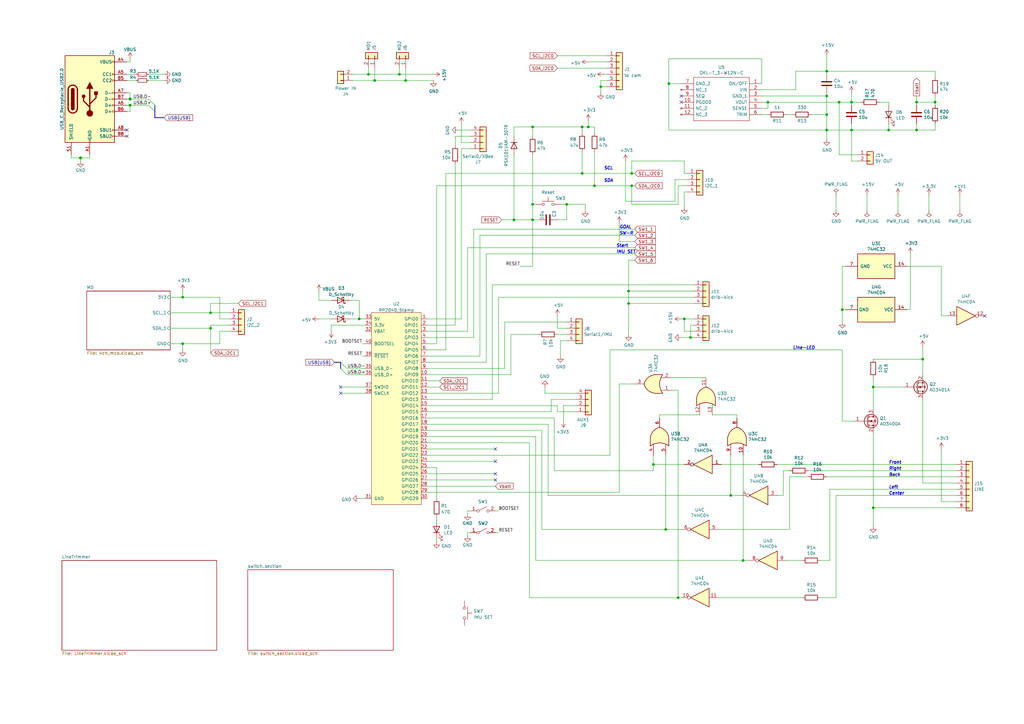
<source format=kicad_sch>
(kicad_sch (version 20211123) (generator eeschema)
  (paper "A3")
  (title_block (title "main board") (date "2022-12-10") (rev "V1.0") (company "A.Saeki"))
  (bus_alias "USB" (members "D+" "D-"))
  (junction (at 273.05 217.17))
  (junction (at 339.09 46.99))
  (junction (at 339.09 39.37))
  (junction (at 163.83 30.48))
  (junction (at 74.93 121.92))
  (junction (at 280.67 130.81))
  (junction (at 344.17 41.91))
  (junction (at 383.54 41.91))
  (junction (at 153.67 33.02))
  (junction (at 218.44 52.07))
  (junction (at 283.21 138.43))
  (junction (at 246.38 35.56))
  (junction (at 259.08 76.2))
  (junction (at 278.13 245.11))
  (junction (at 210.82 90.17))
  (junction (at 86.36 128.27))
  (junction (at 375.92 53.34))
  (junction (at 259.08 71.12))
  (junction (at 358.14 208.28))
  (junction (at 238.76 52.07))
  (junction (at 274.32 34.29))
  (junction (at 349.25 53.34))
  (junction (at 86.36 134.62))
  (junction (at 243.84 76.2))
  (junction (at 375.92 41.91))
  (junction (at 349.25 41.91))
  (junction (at 364.49 53.34))
  (junction (at 74.93 140.97))
  (junction (at 166.37 33.02))
  (junction (at 304.8 229.87))
  (junction (at 358.14 158.75))
  (junction (at 53.34 40.64) (diameter 1.016))
  (junction (at 299.72 203.2))
  (junction (at 314.96 41.91))
  (junction (at 267.97 190.5))
  (junction (at 345.44 127))
  (junction (at 232.41 83.82))
  (junction (at 378.46 147.32))
  (junction (at 218.44 90.17))
  (junction (at 257.81 124.46))
  (junction (at 339.09 29.21))
  (junction (at 218.44 83.82))
  (junction (at 238.76 71.12))
  (junction (at 241.3 52.07))
  (junction (at 257.81 119.38))
  (junction (at 53.34 43.18) (diameter 1.016))
  (junction (at 151.13 30.48))
  (junction (at 339.09 53.34))
  (junction (at 147.32 130.81))
  (junction (at 33.02 64.77) (diameter 1.016))
  (no_connect (at 403.86 129.54))
  (no_connect (at 139.7 158.75))
  (no_connect (at 139.7 161.29))
  (no_connect (at 203.2 184.15))
  (no_connect (at 203.2 189.23))
  (no_connect (at 279.4 39.37))
  (no_connect (at 279.4 41.91))
  (no_connect (at 203.2 196.85))
  (no_connect (at 52.07 53.34))
  (no_connect (at 52.07 55.88))
  (no_connect (at 203.2 194.31))
  (bus_entry (at 60.96 43.18) (size 2.54 2.54))
  (bus_entry (at 139.7 148.59) (size 2.54 2.54))
  (bus_entry (at 60.96 40.64) (size 2.54 2.54))
  (bus_entry (at 139.7 151.13) (size 2.54 2.54))
  (wire (pts (xy 218.44 83.82) (xy 219.71 83.82)))
  (wire (pts (xy 378.46 163.83) (xy 378.46 198.12)))
  (wire (pts (xy 257.81 119.38) (xy 257.81 124.46)))
  (wire (pts (xy 358.14 158.75) (xy 358.14 167.64)))
  (wire (pts (xy 201.93 163.83) (xy 201.93 116.84)))
  (wire (pts (xy 312.42 36.83) (xy 326.39 36.83)))
  (wire (pts (xy 205.74 90.17) (xy 210.82 90.17)))
  (wire (pts (xy 175.26 194.31) (xy 203.2 194.31)))
  (wire (pts (xy 280.67 78.74) (xy 281.94 78.74)))
  (wire (pts (xy 241.3 49.53) (xy 241.3 52.07)))
  (wire (pts (xy 175.26 151.13) (xy 207.01 151.13)))
  (wire (pts (xy 386.08 109.22) (xy 386.08 129.54)))
  (wire (pts (xy 228.6 22.86) (xy 248.92 22.86)))
  (wire (pts (xy 218.44 90.17) (xy 220.98 90.17)))
  (bus (pts (xy 63.5 43.18) (xy 63.5 45.72)))
  (wire (pts (xy 222.25 217.17) (xy 222.25 176.53)))
  (wire (pts (xy 222.25 217.17) (xy 273.05 217.17)))
  (wire (pts (xy 312.42 24.13) (xy 274.32 24.13)))
  (wire (pts (xy 175.26 146.05) (xy 196.85 146.05)))
  (wire (pts (xy 60.96 33.02) (xy 67.31 33.02)))
  (wire (pts (xy 226.06 163.83) (xy 236.22 163.83)))
  (wire (pts (xy 294.64 245.11) (xy 328.93 245.11)))
  (bus (pts (xy 139.7 148.59) (xy 137.16 148.59)))
  (wire (pts (xy 273.05 217.17) (xy 279.4 217.17)))
  (wire (pts (xy 199.39 148.59) (xy 175.26 148.59)))
  (wire (pts (xy 143.51 123.19) (xy 147.32 123.19)))
  (wire (pts (xy 207.01 151.13) (xy 207.01 132.08)))
  (wire (pts (xy 175.26 156.21) (xy 180.34 156.21)))
  (wire (pts (xy 256.54 66.04) (xy 256.54 82.55)))
  (wire (pts (xy 344.17 63.5) (xy 351.79 63.5)))
  (wire (pts (xy 342.9 203.2) (xy 342.9 245.11)))
  (wire (pts (xy 148.59 140.97) (xy 149.86 140.97)))
  (wire (pts (xy 241.3 25.4) (xy 248.92 25.4)))
  (wire (pts (xy 74.93 121.92) (xy 90.17 121.92)))
  (wire (pts (xy 217.17 181.61) (xy 175.26 181.61)))
  (wire (pts (xy 257.81 119.38) (xy 284.48 119.38)))
  (wire (pts (xy 175.26 133.35) (xy 186.69 133.35)))
  (wire (pts (xy 257.81 124.46) (xy 257.81 137.16)))
  (wire (pts (xy 218.44 90.17) (xy 218.44 109.22)))
  (wire (pts (xy 196.85 146.05) (xy 196.85 96.52)))
  (wire (pts (xy 175.26 135.89) (xy 191.77 135.89)))
  (wire (pts (xy 199.39 104.14) (xy 199.39 148.59)))
  (wire (pts (xy 175.26 163.83) (xy 201.93 163.83)))
  (wire (pts (xy 90.17 130.81) (xy 93.98 130.81)))
  (wire (pts (xy 287.02 170.18) (xy 270.51 170.18)))
  (wire (pts (xy 182.88 143.51) (xy 182.88 71.12)))
  (wire (pts (xy 53.34 43.18) (xy 60.96 43.18)))
  (wire (pts (xy 392.43 203.2) (xy 342.9 203.2)))
  (wire (pts (xy 358.14 177.8) (xy 358.14 208.28)))
  (wire (pts (xy 386.08 184.15) (xy 386.08 205.74)))
  (wire (pts (xy 314.96 41.91) (xy 344.17 41.91)))
  (wire (pts (xy 238.76 54.61) (xy 238.76 52.07)))
  (wire (pts (xy 314.96 44.45) (xy 314.96 41.91)))
  (wire (pts (xy 227.33 193.04) (xy 267.97 193.04)))
  (wire (pts (xy 345.44 172.72) (xy 350.52 172.72)))
  (wire (pts (xy 375.92 39.37) (xy 375.92 41.91)))
  (wire (pts (xy 304.8 186.69) (xy 304.8 229.87)))
  (wire (pts (xy 270.51 170.18) (xy 270.51 171.45)))
  (wire (pts (xy 274.32 34.29) (xy 274.32 53.34)))
  (wire (pts (xy 86.36 128.27) (xy 93.98 128.27)))
  (wire (pts (xy 344.17 41.91) (xy 349.25 41.91)))
  (wire (pts (xy 191.77 101.6) (xy 260.35 101.6)))
  (wire (pts (xy 86.36 134.62) (xy 86.36 144.78)))
  (wire (pts (xy 147.32 130.81) (xy 149.86 130.81)))
  (wire (pts (xy 226.06 168.91) (xy 226.06 163.83)))
  (wire (pts (xy 346.71 109.22) (xy 345.44 109.22)))
  (wire (pts (xy 248.92 35.56) (xy 246.38 35.56)))
  (wire (pts (xy 318.77 203.2) (xy 321.31 203.2)))
  (wire (pts (xy 386.08 129.54) (xy 388.62 129.54)))
  (wire (pts (xy 175.26 130.81) (xy 189.23 130.81)))
  (wire (pts (xy 372.11 109.22) (xy 386.08 109.22)))
  (wire (pts (xy 179.07 220.98) (xy 179.07 222.25)))
  (wire (pts (xy 224.79 203.2) (xy 299.72 203.2)))
  (wire (pts (xy 364.49 53.34) (xy 375.92 53.34)))
  (wire (pts (xy 175.26 199.39) (xy 203.2 199.39)))
  (wire (pts (xy 52.07 30.48) (xy 55.88 30.48)))
  (wire (pts (xy 368.3 80.01) (xy 368.3 86.36)))
  (wire (pts (xy 373.38 104.14) (xy 373.38 127)))
  (wire (pts (xy 279.4 138.43) (xy 283.21 138.43)))
  (wire (pts (xy 228.6 134.62) (xy 228.6 129.54)))
  (wire (pts (xy 175.26 186.69) (xy 250.19 186.69)))
  (wire (pts (xy 229.87 139.7) (xy 229.87 146.05)))
  (wire (pts (xy 340.36 229.87) (xy 336.55 229.87)))
  (wire (pts (xy 142.24 153.67) (xy 149.86 153.67)))
  (wire (pts (xy 191.77 135.89) (xy 191.77 101.6)))
  (wire (pts (xy 284.48 135.89) (xy 280.67 135.89)))
  (wire (pts (xy 326.39 29.21) (xy 326.39 36.83)))
  (wire (pts (xy 52.07 33.02) (xy 55.88 33.02)))
  (wire (pts (xy 383.54 41.91) (xy 383.54 43.18)))
  (wire (pts (xy 248.92 33.02) (xy 246.38 33.02)))
  (bus (pts (xy 63.5 48.26) (xy 67.31 48.26)))
  (wire (pts (xy 349.25 41.91) (xy 353.06 41.91)))
  (wire (pts (xy 52.07 45.72) (xy 53.34 45.72)))
  (wire (pts (xy 166.37 33.02) (xy 177.8 33.02)))
  (wire (pts (xy 339.09 53.34) (xy 349.25 53.34)))
  (wire (pts (xy 283.21 133.35) (xy 283.21 138.43)))
  (wire (pts (xy 312.42 39.37) (xy 339.09 39.37)))
  (wire (pts (xy 210.82 90.17) (xy 218.44 90.17)))
  (wire (pts (xy 254 157.48) (xy 260.35 157.48)))
  (wire (pts (xy 135.89 133.35) (xy 135.89 135.89)))
  (wire (pts (xy 217.17 245.11) (xy 278.13 245.11)))
  (wire (pts (xy 201.93 116.84) (xy 284.48 116.84)))
  (wire (pts (xy 175.26 196.85) (xy 203.2 196.85)))
  (wire (pts (xy 224.79 173.99) (xy 224.79 203.2)))
  (wire (pts (xy 349.25 50.8) (xy 349.25 53.34)))
  (wire (pts (xy 267.97 190.5) (xy 267.97 193.04)))
  (wire (pts (xy 179.07 191.77) (xy 179.07 204.47)))
  (wire (pts (xy 69.85 121.92) (xy 74.93 121.92)))
  (wire (pts (xy 53.34 24.13) (xy 53.34 25.4)))
  (wire (pts (xy 392.43 208.28) (xy 358.14 208.28)))
  (wire (pts (xy 179.07 140.97) (xy 179.07 76.2)))
  (wire (pts (xy 349.25 66.04) (xy 351.79 66.04)))
  (wire (pts (xy 243.84 62.23) (xy 243.84 76.2)))
  (wire (pts (xy 193.04 58.42) (xy 189.23 58.42)))
  (wire (pts (xy 149.86 133.35) (xy 135.89 133.35)))
  (wire (pts (xy 257.81 106.68) (xy 257.81 119.38)))
  (wire (pts (xy 358.14 208.28) (xy 358.14 215.9)))
  (wire (pts (xy 204.47 161.29) (xy 204.47 121.92)))
  (wire (pts (xy 53.34 40.64) (xy 60.96 40.64)))
  (wire (pts (xy 259.08 76.2) (xy 260.35 76.2)))
  (bus (pts (xy 63.5 45.72) (xy 63.5 48.26)))
  (wire (pts (xy 364.49 41.91) (xy 364.49 43.18)))
  (wire (pts (xy 53.34 45.72) (xy 53.34 43.18)))
  (wire (pts (xy 130.81 119.38) (xy 130.81 123.19)))
  (wire (pts (xy 228.6 90.17) (xy 232.41 90.17)))
  (wire (pts (xy 299.72 203.2) (xy 303.53 203.2)))
  (wire (pts (xy 278.13 245.11) (xy 279.4 245.11)))
  (wire (pts (xy 274.32 53.34) (xy 339.09 53.34)))
  (wire (pts (xy 229.87 83.82) (xy 232.41 83.82)))
  (wire (pts (xy 74.93 121.92) (xy 74.93 119.38)))
  (wire (pts (xy 193.04 55.88) (xy 186.69 55.88)))
  (wire (pts (xy 339.09 29.21) (xy 383.54 29.21)))
  (wire (pts (xy 69.85 128.27) (xy 86.36 128.27)))
  (wire (pts (xy 332.74 46.99) (xy 339.09 46.99)))
  (wire (pts (xy 364.49 50.8) (xy 364.49 53.34)))
  (wire (pts (xy 228.6 137.16) (xy 232.41 137.16)))
  (wire (pts (xy 254 99.06) (xy 254 91.44)))
  (wire (pts (xy 52.07 43.18) (xy 53.34 43.18)))
  (wire (pts (xy 52.07 38.1) (xy 53.34 38.1)))
  (wire (pts (xy 358.14 147.32) (xy 378.46 147.32)))
  (wire (pts (xy 243.84 76.2) (xy 259.08 76.2)))
  (wire (pts (xy 375.92 41.91) (xy 375.92 43.18)))
  (wire (pts (xy 218.44 52.07) (xy 238.76 52.07)))
  (wire (pts (xy 259.08 76.2) (xy 259.08 83.82)))
  (wire (pts (xy 186.69 59.69) (xy 186.69 55.88)))
  (wire (pts (xy 342.9 80.01) (xy 342.9 86.36)))
  (wire (pts (xy 144.78 30.48) (xy 151.13 30.48)))
  (wire (pts (xy 203.2 218.44) (xy 204.47 218.44)))
  (wire (pts (xy 292.1 170.18) (xy 302.26 170.18)))
  (wire (pts (xy 256.54 82.55) (xy 276.86 82.55)))
  (wire (pts (xy 144.78 33.02) (xy 153.67 33.02)))
  (wire (pts (xy 304.8 229.87) (xy 307.34 229.87)))
  (wire (pts (xy 278.13 76.2) (xy 278.13 83.82)))
  (wire (pts (xy 370.84 158.75) (xy 358.14 158.75)))
  (wire (pts (xy 175.26 184.15) (xy 203.2 184.15)))
  (wire (pts (xy 179.07 212.09) (xy 179.07 213.36)))
  (wire (pts (xy 375.92 41.91) (xy 383.54 41.91)))
  (wire (pts (xy 383.54 39.37) (xy 383.54 41.91)))
  (wire (pts (xy 392.43 200.66) (xy 340.36 200.66)))
  (wire (pts (xy 236.22 161.29) (xy 223.52 161.29)))
  (wire (pts (xy 339.09 22.86) (xy 339.09 29.21)))
  (wire (pts (xy 191.77 209.55) (xy 191.77 210.82)))
  (wire (pts (xy 60.96 30.48) (xy 67.31 30.48)))
  (wire (pts (xy 130.81 130.81) (xy 135.89 130.81)))
  (wire (pts (xy 339.09 29.21) (xy 339.09 30.48)))
  (wire (pts (xy 280.67 190.5) (xy 267.97 190.5)))
  (wire (pts (xy 36.83 64.77) (xy 36.83 63.5)))
  (wire (pts (xy 232.41 139.7) (xy 229.87 139.7)))
  (wire (pts (xy 196.85 96.52) (xy 260.35 96.52)))
  (wire (pts (xy 323.85 195.58) (xy 331.47 195.58)))
  (wire (pts (xy 74.93 140.97) (xy 74.93 143.51)))
  (wire (pts (xy 187.96 53.34) (xy 193.04 53.34)))
  (wire (pts (xy 393.7 80.01) (xy 393.7 86.36)))
  (wire (pts (xy 175.26 143.51) (xy 182.88 143.51)))
  (wire (pts (xy 279.4 34.29) (xy 274.32 34.29)))
  (wire (pts (xy 299.72 186.69) (xy 299.72 203.2)))
  (wire (pts (xy 318.77 190.5) (xy 392.43 190.5)))
  (wire (pts (xy 90.17 135.89) (xy 93.98 135.89)))
  (wire (pts (xy 383.54 50.8) (xy 383.54 53.34)))
  (wire (pts (xy 284.48 124.46) (xy 257.81 124.46)))
  (wire (pts (xy 238.76 62.23) (xy 238.76 71.12)))
  (wire (pts (xy 274.32 24.13) (xy 274.32 34.29)))
  (wire (pts (xy 241.3 52.07) (xy 243.84 52.07)))
  (wire (pts (xy 246.38 33.02) (xy 246.38 35.56)))
  (wire (pts (xy 189.23 130.81) (xy 189.23 60.96)))
  (wire (pts (xy 175.26 189.23) (xy 203.2 189.23)))
  (wire (pts (xy 217.17 245.11) (xy 217.17 181.61)))
  (wire (pts (xy 280.67 130.81) (xy 284.48 130.81)))
  (wire (pts (xy 383.54 29.21) (xy 383.54 31.75)))
  (wire (pts (xy 207.01 132.08) (xy 232.41 132.08)))
  (wire (pts (xy 33.02 64.77) (xy 36.83 64.77)))
  (wire (pts (xy 295.91 190.5) (xy 311.15 190.5)))
  (wire (pts (xy 191.77 218.44) (xy 191.77 219.71)))
  (wire (pts (xy 194.31 93.98) (xy 260.35 93.98)))
  (wire (pts (xy 86.36 124.46) (xy 86.36 128.27)))
  (wire (pts (xy 29.21 63.5) (xy 29.21 64.77)))
  (wire (pts (xy 339.09 38.1) (xy 339.09 39.37)))
  (wire (pts (xy 175.26 201.93) (xy 254 201.93)))
  (wire (pts (xy 149.86 161.29) (xy 139.7 161.29)))
  (wire (pts (xy 182.88 71.12) (xy 238.76 71.12)))
  (wire (pts (xy 143.51 130.81) (xy 147.32 130.81)))
  (wire (pts (xy 86.36 133.35) (xy 86.36 134.62)))
  (wire (pts (xy 149.86 158.75) (xy 139.7 158.75)))
  (wire (pts (xy 250.19 143.51) (xy 250.19 186.69)))
  (wire (pts (xy 280.67 71.12) (xy 281.94 71.12)))
  (wire (pts (xy 246.38 35.56) (xy 246.38 38.1)))
  (wire (pts (xy 349.25 53.34) (xy 364.49 53.34)))
  (wire (pts (xy 163.83 27.94) (xy 163.83 30.48)))
  (wire (pts (xy 339.09 39.37) (xy 339.09 46.99)))
  (wire (pts (xy 358.14 154.94) (xy 358.14 158.75)))
  (wire (pts (xy 151.13 27.94) (xy 151.13 30.48)))
  (wire (pts (xy 204.47 121.92) (xy 284.48 121.92)))
  (wire (pts (xy 189.23 60.96) (xy 193.04 60.96)))
  (wire (pts (xy 322.58 229.87) (xy 328.93 229.87)))
  (wire (pts (xy 340.36 200.66) (xy 340.36 229.87)))
  (wire (pts (xy 238.76 52.07) (xy 241.3 52.07)))
  (wire (pts (xy 260.35 104.14) (xy 199.39 104.14)))
  (wire (pts (xy 278.13 76.2) (xy 281.94 76.2)))
  (wire (pts (xy 147.32 204.47) (xy 149.86 204.47)))
  (wire (pts (xy 97.79 124.46) (xy 86.36 124.46)))
  (wire (pts (xy 375.92 53.34) (xy 383.54 53.34)))
  (wire (pts (xy 209.55 153.67) (xy 175.26 153.67)))
  (wire (pts (xy 93.98 133.35) (xy 86.36 133.35)))
  (wire (pts (xy 346.71 127) (xy 345.44 127)))
  (wire (pts (xy 228.6 168.91) (xy 228.6 166.37)))
  (wire (pts (xy 228.6 134.62) (xy 232.41 134.62)))
  (wire (pts (xy 166.37 27.94) (xy 166.37 33.02)))
  (wire (pts (xy 175.26 158.75) (xy 180.34 158.75)))
  (wire (pts (xy 175.26 191.77) (xy 179.07 191.77)))
  (wire (pts (xy 373.38 127) (xy 372.11 127)))
  (wire (pts (xy 321.31 193.04) (xy 323.85 193.04)))
  (wire (pts (xy 151.13 30.48) (xy 163.83 30.48)))
  (wire (pts (xy 175.26 168.91) (xy 226.06 168.91)))
  (wire (pts (xy 312.42 41.91) (xy 314.96 41.91)))
  (wire (pts (xy 223.52 161.29) (xy 223.52 158.75)))
  (wire (pts (xy 322.58 46.99) (xy 325.12 46.99)))
  (wire (pts (xy 130.81 123.19) (xy 135.89 123.19)))
  (wire (pts (xy 344.17 41.91) (xy 344.17 63.5)))
  (wire (pts (xy 52.07 40.64) (xy 53.34 40.64)))
  (wire (pts (xy 273.05 186.69) (xy 273.05 217.17)))
  (wire (pts (xy 222.25 176.53) (xy 175.26 176.53)))
  (wire (pts (xy 386.08 205.74) (xy 392.43 205.74)))
  (wire (pts (xy 284.48 133.35) (xy 283.21 133.35)))
  (wire (pts (xy 228.6 27.94) (xy 248.92 27.94)))
  (wire (pts (xy 203.2 209.55) (xy 204.47 209.55)))
  (wire (pts (xy 236.22 168.91) (xy 228.6 168.91)))
  (wire (pts (xy 193.04 218.44) (xy 191.77 218.44)))
  (wire (pts (xy 194.31 138.43) (xy 194.31 93.98)))
  (wire (pts (xy 210.82 52.07) (xy 210.82 55.88)))
  (wire (pts (xy 236.22 166.37) (xy 231.14 166.37)))
  (wire (pts (xy 213.36 109.22) (xy 218.44 109.22)))
  (wire (pts (xy 312.42 34.29) (xy 312.42 24.13)))
  (wire (pts (xy 247.65 30.48) (xy 248.92 30.48)))
  (wire (pts (xy 33.02 64.77) (xy 33.02 66.04)))
  (wire (pts (xy 218.44 83.82) (xy 218.44 90.17)))
  (wire (pts (xy 331.47 193.04) (xy 392.43 193.04)))
  (wire (pts (xy 232.41 90.17) (xy 232.41 83.82)))
  (wire (pts (xy 267.97 186.69) (xy 267.97 190.5)))
  (wire (pts (xy 339.09 46.99) (xy 339.09 53.34)))
  (wire (pts (xy 148.59 146.05) (xy 149.86 146.05)))
  (wire (pts (xy 153.67 33.02) (xy 166.37 33.02)))
  (wire (pts (xy 275.59 154.94) (xy 289.56 154.94)))
  (wire (pts (xy 90.17 121.92) (xy 90.17 130.81)))
  (wire (pts (xy 147.32 123.19) (xy 147.32 130.81)))
  (wire (pts (xy 345.44 109.22) (xy 345.44 127)))
  (wire (pts (xy 153.67 27.94) (xy 153.67 33.02)))
  (wire (pts (xy 69.85 140.97) (xy 74.93 140.97)))
  (wire (pts (xy 345.44 127) (xy 345.44 132.08)))
  (bus (pts (xy 139.7 151.13) (xy 139.7 148.59)))
  (wire (pts (xy 232.41 83.82) (xy 240.03 83.82)))
  (wire (pts (xy 179.07 76.2) (xy 243.84 76.2)))
  (wire (pts (xy 259.08 66.04) (xy 280.67 66.04)))
  (wire (pts (xy 175.26 171.45) (xy 227.33 171.45)))
  (wire (pts (xy 254 157.48) (xy 254 201.93)))
  (wire (pts (xy 218.44 55.88) (xy 218.44 52.07)))
  (wire (pts (xy 218.44 63.5) (xy 218.44 83.82)))
  (wire (pts (xy 355.6 80.01) (xy 355.6 86.36)))
  (wire (pts (xy 321.31 203.2) (xy 321.31 193.04)))
  (wire (pts (xy 238.76 71.12) (xy 259.08 71.12)))
  (wire (pts (xy 210.82 63.5) (xy 210.82 90.17)))
  (wire (pts (xy 349.25 53.34) (xy 349.25 66.04)))
  (wire (pts (xy 375.92 50.8) (xy 375.92 53.34)))
  (wire (pts (xy 276.86 73.66) (xy 276.86 82.55)))
  (wire (pts (xy 209.55 137.16) (xy 220.98 137.16)))
  (wire (pts (xy 231.14 166.37) (xy 231.14 172.72)))
  (wire (pts (xy 302.26 170.18) (xy 302.26 171.45)))
  (wire (pts (xy 294.64 217.17) (xy 323.85 217.17)))
  (wire (pts (xy 193.04 209.55) (xy 191.77 209.55)))
  (wire (pts (xy 378.46 142.24) (xy 378.46 147.32)))
  (wire (pts (xy 175.26 161.29) (xy 204.47 161.29)))
  (wire (pts (xy 339.09 53.34) (xy 339.09 57.15)))
  (wire (pts (xy 312.42 46.99) (xy 314.96 46.99)))
  (wire (pts (xy 276.86 73.66) (xy 281.94 73.66)))
  (wire (pts (xy 175.26 179.07) (xy 219.71 179.07)))
  (wire (pts (xy 219.71 179.07) (xy 219.71 229.87)))
  (wire (pts (xy 275.59 160.02) (xy 278.13 160.02)))
  (wire (pts (xy 210.82 52.07) (xy 218.44 52.07)))
  (wire (pts (xy 280.67 135.89) (xy 280.67 130.81)))
  (wire (pts (xy 53.34 38.1) (xy 53.34 40.64)))
  (wire (pts (xy 228.6 166.37) (xy 175.26 166.37)))
  (wire (pts (xy 259.08 71.12) (xy 259.08 66.04)))
  (wire (pts (xy 312.42 44.45) (xy 314.96 44.45)))
  (wire (pts (xy 260.35 106.68) (xy 257.81 106.68)))
  (wire (pts (xy 74.93 140.97) (xy 90.17 140.97)))
  (wire (pts (xy 175.26 173.99) (xy 224.79 173.99)))
  (wire (pts (xy 240.03 83.82) (xy 240.03 86.36)))
  (wire (pts (xy 250.19 143.51) (xy 345.44 143.51)))
  (wire (pts (xy 279.4 130.81) (xy 280.67 130.81)))
  (wire (pts (xy 142.24 151.13) (xy 149.86 151.13)))
  (wire (pts (xy 278.13 160.02) (xy 278.13 245.11)))
  (wire (pts (xy 342.9 245.11) (xy 336.55 245.11)))
  (wire (pts (xy 345.44 143.51) (xy 345.44 172.72)))
  (wire (pts (xy 260.35 99.06) (xy 254 99.06)))
  (wire (pts (xy 186.69 133.35) (xy 186.69 67.31)))
  (wire (pts (xy 163.83 30.48) (xy 177.8 30.48)))
  (wire (pts (xy 219.71 229.87) (xy 304.8 229.87)))
  (wire (pts (xy 349.25 38.1) (xy 349.25 41.91)))
  (wire (pts (xy 349.25 41.91) (xy 349.25 43.18)))
  (wire (pts (xy 339.09 195.58) (xy 392.43 195.58)))
  (wire (pts (xy 323.85 195.58) (xy 323.85 217.17)))
  (wire (pts (xy 360.68 41.91) (xy 364.49 41.91)))
  (wire (pts (xy 259.08 71.12) (xy 260.35 71.12)))
  (wire (pts (xy 227.33 171.45) (xy 227.33 193.04)))
  (wire (pts (xy 326.39 29.21) (xy 339.09 29.21)))
  (wire (pts (xy 175.26 138.43) (xy 194.31 138.43)))
  (wire (pts (xy 283.21 138.43) (xy 284.48 138.43)))
  (wire (pts (xy 280.67 66.04) (xy 280.67 71.12)))
  (wire (pts (xy 381 80.01) (xy 381 86.36)))
  (wire (pts (xy 86.36 134.62) (xy 69.85 134.62)))
  (wire (pts (xy 243.84 52.07) (xy 243.84 54.61)))
  (wire (pts (xy 52.07 25.4) (xy 53.34 25.4)))
  (wire (pts (xy 90.17 140.97) (xy 90.17 135.89)))
  (wire (pts (xy 175.26 140.97) (xy 179.07 140.97)))
  (wire (pts (xy 392.43 198.12) (xy 378.46 198.12)))
  (wire (pts (xy 378.46 147.32) (xy 378.46 153.67)))
  (wire (pts (xy 189.23 58.42) (xy 189.23 50.8)))
  (wire (pts (xy 209.55 137.16) (xy 209.55 153.67)))
  (wire (pts (xy 29.21 64.77) (xy 33.02 64.77)))
  (wire (pts (xy 259.08 83.82) (xy 278.13 83.82)))
  (wire (pts (xy 280.67 85.09) (xy 280.67 78.74)))
  (text "GOAL" (at 254 93.98 0) (effects (font (size 1.27 1.27) (thickness 0.254) bold italic) (justify left bottom)))
  (text "Line-LED" (at 325.12 143.51 0) (effects (font (size 1.27 1.27) (thickness 0.254) bold italic) (justify left bottom)))
  (text "Front" (at 364.49 190.5 0) (effects (font (size 1.27 1.27) (thickness 0.254) bold italic) (justify left bottom)))
  (text "SCL" (at 247.65 69.85 0) (effects (font (size 1.27 1.27) (thickness 0.254) bold italic) (justify left bottom)))
  (text "Back" (at 364.49 195.58 0) (effects (font (size 1.27 1.27) (thickness 0.254) bold italic) (justify left bottom)))
  (text "IMU SET" (at 252.73 104.14 0) (effects (font (size 1.27 1.27) (thickness 0.254) bold italic) (justify left bottom)))
  (text "Left" (at 364.49 200.66 0) (effects (font (size 1.27 1.27) (thickness 0.254) bold italic) (justify left bottom)))
  (text "Center" (at 364.49 203.2 0) (effects (font (size 1.27 1.27) (thickness 0.254) bold italic) (justify left bottom)))
  (text "SDA" (at 247.65 74.93 0) (effects (font (size 1.27 1.27) (thickness 0.254) bold italic) (justify left bottom)))
  (text "Start" (at 252.73 101.6 0) (effects (font (size 1.27 1.27) (thickness 0.254) bold italic) (justify left bottom)))
  (text "Right" (at 364.49 193.04 0) (effects (font (size 1.27 1.27) (thickness 0.254) bold italic) (justify left bottom)))
  (text "SW-R" (at 254 96.52 0) (effects (font (size 1.27 1.27) (thickness 0.254) bold italic) (justify left bottom)))
  (label "USB.D+" (at 54.61 43.18 0))
  (label "RESET" (at 204.47 218.44 0))
  (label "USB.D-" (at 149.86 151.13 180))
  (label "RESET" (at 148.59 146.05 180))
  (label "USB.D-" (at 54.61 40.64 0))
  (label "RESET" (at 213.36 109.22 180))
  (label "BOOTSET" (at 204.47 209.55 0))
  (label "BOOTSET" (at 148.59 140.97 180))
  (label "USB.D+" (at 149.86 153.67 180))
  (global_label "SCL_I2C0" (shape input) (at 260.35 71.12 0) (property "Intersheet References" "${INTERSHEET_REFS}" (effects hide)))
  (global_label "SW1_2" (shape input) (at 260.35 96.52 0) (property "Intersheet References" "${INTERSHEET_REFS}" (effects hide)))
  (global_label "SW1_4" (shape input) (at 260.35 101.6 0) (property "Intersheet References" "${INTERSHEET_REFS}" (effects hide)))
  (global_label "SW1_5" (shape input) (at 260.35 104.14 0) (property "Intersheet References" "${INTERSHEET_REFS}" (effects hide)))
  (global_label "SW1_1" (shape input) (at 260.35 93.98 0) (property "Intersheet References" "${INTERSHEET_REFS}" (effects hide)))
  (global_label "SDA_I2C1" (shape input) (at 180.34 156.21 0) (property "Intersheet References" "${INTERSHEET_REFS}" (effects hide)))
  (global_label "Vbatt" (shape input) (at 203.2 199.39 0) (property "Intersheet References" "${INTERSHEET_REFS}" (effects hide)))
  (global_label "USB{USB}" (shape input) (at 67.31 48.26 0) (property "Intersheet References" "${INTERSHEET_REFS}" (effects hide)))
  (global_label "SDA_I2C1" (shape input) (at 86.36 144.78 0) (property "Intersheet References" "${INTERSHEET_REFS}" (effects hide)))
  (global_label "SCL_I2C1" (shape input) (at 180.34 158.75 0) (property "Intersheet References" "${INTERSHEET_REFS}" (effects hide)))
  (global_label "SDA_I2C0" (shape input) (at 260.35 76.2 0) (property "Intersheet References" "${INTERSHEET_REFS}" (effects hide)))
  (global_label "USB{USB}" (shape input) (at 137.16 148.59 180) (property "Intersheet References" "${INTERSHEET_REFS}" (effects hide)))
  (global_label "SW1_3" (shape input) (at 260.35 99.06 0) (property "Intersheet References" "${INTERSHEET_REFS}" (effects hide)))
  (global_label "SW1_6" (shape input) (at 260.35 106.68 0) (property "Intersheet References" "${INTERSHEET_REFS}" (effects hide)))
  (global_label "SCL_I2C0" (shape input) (at 228.6 22.86 180) (property "Intersheet References" "${INTERSHEET_REFS}" (effects hide)))
  (global_label "SCL_I2C1" (shape input) (at 97.79 124.46 0) (property "Intersheet References" "${INTERSHEET_REFS}" (effects hide)))
  (global_label "RESET" (shape input) (at 205.74 90.17 180) (property "Intersheet References" "${INTERSHEET_REFS}" (effects hide)))
  (global_label "Vbatt" (shape output) (at 375.92 39.37 90) (property "Intersheet References" "${INTERSHEET_REFS}" (effects hide)))
  (global_label "SDA_I2C0" (shape input) (at 228.6 27.94 180) (property "Intersheet References" "${INTERSHEET_REFS}" (effects hide)))
  (symbol (lib_id "power:+5V") (at 130.81 130.81 90) (unit 1)
    (property "Reference" "#PWR012" (effects hide))
    (property "Value" "+5V" (at 127.6351 131.2438 90) (effects (justify left)))
  )
  (symbol (lib_id "Connector_Generic:Conn_01x06") (at 254 27.94 0) (unit 1)
    (property "Reference" "J1" (at 256.032 28.3753 0) (effects (justify left)))
    (property "Value" "to cam" (at 256.032 30.9122 0) (effects (justify left)))
    (property "Footprint" "0.main.robot:JSTB6B-ZR" (effects hide))
  )
  (symbol (lib_id "power:+5V") (at 378.46 142.24 0) (unit 1)
    (property "Reference" "#PWR045" (effects hide))
    (property "Value" "+5V" (at 378.841 137.8458 0))
  )
  (symbol (lib_id "power:GND") (at 358.14 215.9 0) (unit 1)
    (property "Reference" "#PWR042" (effects hide))
    (property "Value" "GND" (at 358.267 220.2942 0))
  )
  (symbol (lib_id "Switch:SW_Push") (at 190.5 251.46 270) (unit 1)
    (property "Reference" "SW?" (at 194.183 250.6253 90) (effects (justify left)))
    (property "Value" "IMU SET" (at 194.183 253.1622 90) (effects (justify left)))
    (property "Footprint" "Button_Switch_THT:SW_Tactile_Straight_KSA0Axx1LFTR" (effects hide))
  )
  (symbol (lib_id "power:+3V3") (at 241.3 49.53 0) (unit 1)
    (property "Reference" "#PWR029" (effects hide))
    (property "Value" "+3V3" (at 241.681 45.1358 0))
  )
  (symbol (lib_id "Device:D_Schottky") (at 139.7 130.81 180) (unit 1)
    (property "Reference" "D4" (at 140.0175 125.8402 0))
    (property "Value" "D_Schottky" (at 140.0175 128.3771 0))
    (property "Footprint" "Diode_SMD:D_0805_2012Metric_Pad1.15x1.40mm_HandSolder" (effects hide))
  )
  (symbol (lib_id "power:+3V3") (at 74.93 119.38 0) (unit 1)
    (property "Reference" "#PWR02" (effects hide))
    (property "Value" "+3V3" (at 75.311 114.9858 0))
  )
  (symbol (lib_id "Device:R") (at 318.77 46.99 270) (unit 1)
    (property "Reference" "R11" (at 318.77 49.53 90))
    (property "Value" "1k" (at 318.77 44.0436 90))
    (property "Footprint" "Resistor_THT:R_Axial_DIN0204_L3.6mm_D1.6mm_P5.08mm_Horizontal" (effects hide))
  )
  (symbol (lib_id "Connector_Generic:Conn_01x02") (at 166.37 22.86 270) (mirror x) (unit 1)
    (property "Reference" "J6" (at 166.1668 20.828 0) (effects (justify left)))
    (property "Value" "MD2" (at 163.8554 20.828 0) (effects (justify left)))
    (property "Footprint" "Connector_JST:JST_XH_S2B-XH-A-1_1x02_P2.50mm_Horizontal" (effects hide))
  )
  (symbol (lib_id "Device:C") (at 224.79 90.17 270) (unit 1)
    (property "Reference" "C3" (at 227.33 86.36 0) (effects (justify left)))
    (property "Value" "10u" (at 222.25 86.36 0) (effects (justify left)))
    (property "Footprint" "Capacitor_SMD:C_0603_1608Metric_Pad1.08x0.95mm_HandSolder" (effects hide))
  )
  (symbol (lib_id "Device:R") (at 179.07 208.28 180) (unit 1)
    (property "Reference" "R1" (at 180.848 207.4453 0) (effects (justify right)))
    (property "Value" "470" (at 180.848 209.9822 0) (effects (justify right)))
    (property "Footprint" "Resistor_SMD:R_0603_1608Metric_Pad0.98x0.95mm_HandSolder" (effects hide))
  )
  (symbol (lib_id "Device:C") (at 349.25 46.99 0) (unit 1)
    (property "Reference" "C5" (at 352.171 45.8216 0) (effects (justify left)))
    (property "Value" "10u" (at 352.171 48.133 0) (effects (justify left)))
    (property "Footprint" "Capacitor_SMD:C_0603_1608Metric_Pad1.08x0.95mm_HandSolder" (effects hide))
  )
  (symbol (lib_id "power:+5V") (at 349.25 38.1 0) (unit 1)
    (property "Reference" "#PWR040" (effects hide))
    (property "Value" "+5V" (at 349.631 33.7058 0))
  )
  (symbol (lib_id "Connector_Generic:Conn_01x04") (at 289.56 133.35 0) (unit 1)
    (property "Reference" "J12" (at 291.592 133.5532 0) (effects (justify left)))
    (property "Value" "drib-kick" (at 291.592 135.8646 0) (effects (justify left)))
    (property "Footprint" "Connector_PinHeader_2.54mm:PinHeader_1x04_P2.54mm_Vertical" (effects hide))
  )
  (symbol (lib_id "power:PWR_FLAG") (at 381 86.36 180) (unit 1)
    (property "Reference" "#FLG04" (effects hide))
    (property "Value" "PWR_FLAG" (at 381 90.7542 0))
  )
  (symbol (lib_id "power:+3V3") (at 135.89 135.89 180) (unit 1)
    (property "Reference" "#PWR014" (effects hide))
    (property "Value" "+3V3" (at 135.509 140.2842 0))
  )
  (symbol (lib_id "Connector_Generic:Conn_01x04") (at 198.12 58.42 0) (mirror x) (unit 1)
    (property "Reference" "J7" (at 196.0372 66.4718 0))
    (property "Value" "Serial0/XBee" (at 196.0372 64.1604 0))
    (property "Footprint" "Connector_PinHeader_2.54mm:PinHeader_1x04_P2.54mm_Vertical" (effects hide))
  )
  (symbol (lib_id "power:+3V3") (at 256.54 66.04 0) (unit 1)
    (property "Reference" "#PWR031" (effects hide))
    (property "Value" "+3V3" (at 256.921 61.6458 0))
  )
  (symbol (lib_id "Device:R") (at 383.54 35.56 0) (unit 1)
    (property "Reference" "R19" (at 385.318 34.3916 0) (effects (justify left)))
    (property "Value" "47k" (at 385.318 36.703 0) (effects (justify left)))
    (property "Footprint" "Resistor_SMD:R_0603_1608Metric_Pad0.98x0.95mm_HandSolder" (effects hide))
  )
  (symbol (lib_id "power:+15V") (at 177.8 30.48 270) (unit 1)
    (property "Reference" "#PWR018" (effects hide))
    (property "Value" "+15V" (at 182.1942 30.861 0))
  )
  (symbol (lib_id "power:+1V1") (at 393.7 80.01 0) (unit 1)
    (property "Reference" "#PWR048" (effects hide))
    (property "Value" "+1V1" (at 393.7 76.4342 0))
  )
  (symbol (lib_id "Connector:USB_C_Receptacle_USB2.0") (at 36.83 40.64 0) (unit 1)
    (property "Reference" "J3" (at 46.99 21.59 0) (effects (justify right)))
    (property "Value" "USB_C_Receptacle_USB2.0" (at 25.4 40.64 90))
    (property "Footprint" "Connector_USB:USB_C_Receptacle_XKB_U262-16XN-4BVC11" (effects hide))
    (property "Datasheet" "https://www.usb.org/sites/default/files/documents/usb_type-c.zip" (effects hide))
    (property "LCSC" "C319148" (effects hide))
  )
  (symbol (lib_id "power:GND") (at 279.4 138.43 270) (unit 1)
    (property "Reference" "#PWR034" (effects hide))
    (property "Value" "GND" (at 275.0058 138.557 0))
  )
  (symbol (lib_id "74xx:74HC04") (at 287.02 245.11 0) (mirror y) (unit 5)
    (property "Reference" "U4" (at 287.02 237.0582 0))
    (property "Value" "74HC04" (at 287.02 239.3696 0))
    (property "Footprint" "0.main.robot:SOP14W" (effects hide))
    (property "Datasheet" "https://assets.nexperia.com/documents/data-sheet/74HC_HCT04.pdf" (effects hide))
  )
  (symbol (lib_id "Device:R") (at 327.66 193.04 90) (mirror x) (unit 1)
    (property "Reference" "R12" (at 327.66 187.7822 90))
    (property "Value" "10k" (at 327.66 190.0936 90))
    (property "Footprint" "Resistor_SMD:R_0603_1608Metric_Pad0.98x0.95mm_HandSolder" (effects hide))
  )
  (symbol (lib_id "Device:R") (at 224.79 137.16 90) (mirror x) (unit 1)
    (property "Reference" "R7" (at 223.6216 138.938 0) (effects (justify left)))
    (property "Value" "10k" (at 225.933 138.938 0) (effects (justify left)))
    (property "Footprint" "Resistor_SMD:R_0603_1608Metric_Pad0.98x0.95mm_HandSolder" (effects hide))
  )
  (symbol (lib_id "Device:R") (at 335.28 195.58 90) (mirror x) (unit 1)
    (property "Reference" "R16" (at 335.28 190.3222 90))
    (property "Value" "10k" (at 335.28 192.6336 90))
    (property "Footprint" "Resistor_SMD:R_0603_1608Metric_Pad0.98x0.95mm_HandSolder" (effects hide))
  )
  (symbol (lib_id "power:GND") (at 74.93 143.51 0) (unit 1)
    (property "Reference" "#PWR03" (effects hide))
    (property "Value" "GND" (at 75.057 147.9042 0))
  )
  (symbol (lib_id "power:GND") (at 342.9 86.36 0) (unit 1)
    (property "Reference" "#PWR038" (effects hide))
    (property "Value" "GND" (at 343.027 90.7542 0))
  )
  (symbol (lib_id "Device:R") (at 356.87 41.91 90) (unit 1)
    (property "Reference" "R17" (at 355.7016 40.132 0) (effects (justify left)))
    (property "Value" "470" (at 358.013 40.132 0) (effects (justify left)))
    (property "Footprint" "Resistor_SMD:R_0603_1608Metric_Pad0.98x0.95mm_HandSolder" (effects hide))
  )
  (symbol (lib_id "Diode:1N4001") (at 210.82 59.69 270) (unit 1)
    (property "Reference" "D5" (at 205.3082 59.69 0))
    (property "Value" "RSX101VAM-30TR" (at 207.6196 59.69 0))
    (property "Footprint" "Diode_SMD:D_SMA" (effects hide))
    (property "Datasheet" "http://www.vishay.com/docs/88503/1n4001.pdf" (effects hide))
  )
  (symbol (lib_id "power:+3V3") (at 386.08 184.15 0) (unit 1)
    (property "Reference" "#PWR047" (effects hide))
    (property "Value" "+3V3" (at 386.461 179.7558 0))
  )
  (symbol (lib_id "Device:R") (at 238.76 58.42 0) (unit 1)
    (property "Reference" "R8" (at 233.68 57.15 0) (effects (justify left)))
    (property "Value" "47k" (at 233.68 59.69 0) (effects (justify left)))
    (property "Footprint" "Resistor_SMD:R_0603_1608Metric_Pad0.98x0.95mm_HandSolder" (effects hide))
  )
  (symbol (lib_id "power:+5V") (at 247.65 30.48 90) (unit 1)
    (property "Reference" "#PWR06" (effects hide))
    (property "Value" "+5V" (at 244.4751 30.9138 90) (effects (justify left)))
  )
  (symbol (lib_id "Device:R") (at 383.54 46.99 0) (unit 1)
    (property "Reference" "R20" (at 385.318 45.8216 0) (effects (justify left)))
    (property "Value" "10k" (at 385.318 48.133 0) (effects (justify left)))
    (property "Footprint" "Resistor_SMD:R_0603_1608Metric_Pad0.98x0.95mm_HandSolder" (effects hide))
  )
  (symbol (lib_id "Connector_Generic:Conn_01x04") (at 99.06 130.81 0) (unit 1)
    (property "Reference" "J2" (at 101.092 131.0132 0) (effects (justify left)))
    (property "Value" "I2C_2" (at 101.092 133.3246 0) (effects (justify left)))
    (property "Footprint" "0.main.robot:JSTB4B-ZR" (effects hide))
  )
  (symbol (lib_id "Connector_Generic:Conn_01x02") (at 356.87 63.5 0) (unit 1)
    (property "Reference" "J14" (at 358.902 63.7032 0) (effects (justify left)))
    (property "Value" "5V OUT" (at 358.902 66.0146 0) (effects (justify left)))
    (property "Footprint" "Connector_JST:JST_XH_B2B-XH-A_1x02_P2.50mm_Vertical" (effects hide))
  )
  (symbol (lib_id "power:GND") (at 280.67 85.09 0) (unit 1)
    (property "Reference" "#PWR035" (effects hide))
    (property "Value" "GND" (at 280.797 89.4842 0))
  )
  (symbol (lib_id "power:GND") (at 229.87 146.05 0) (unit 1)
    (property "Reference" "#PWR026" (effects hide))
    (property "Value" "GND" (at 229.997 150.4442 0))
  )
  (symbol (lib_id "power:+15V") (at 279.4 130.81 90) (unit 1)
    (property "Reference" "#PWR033" (effects hide))
    (property "Value" "+15V" (at 275.0058 130.429 0))
  )
  (symbol (lib_id "power:GND") (at 67.31 33.02 90) (unit 1)
    (property "Reference" "#PWR016" (effects hide))
    (property "Value" "GND" (at 72.39 33.02 90))
  )
  (symbol (lib_id "74xx:74HC04") (at 396.24 129.54 0) (unit 6)
    (property "Reference" "U4" (at 396.24 121.4882 0))
    (property "Value" "74HC04" (at 396.24 123.7996 0))
    (property "Footprint" "0.main.robot:SOP14W" (effects hide))
    (property "Datasheet" "https://assets.nexperia.com/documents/data-sheet/74HC_HCT04.pdf" (effects hide))
  )
  (symbol (lib_id "Device:Q_PMOS_GSD") (at 375.92 158.75 0) (mirror x) (unit 1)
    (property "Reference" "Q2" (at 381.127 157.5816 0) (effects (justify left)))
    (property "Value" "AO3401A" (at 381.127 159.893 0) (effects (justify left)))
    (property "Footprint" "Package_TO_SOT_SMD:SOT-23_Handsoldering" (effects hide))
  )
  (symbol (lib_id "Device:Q_NMOS_GSD") (at 355.6 172.72 0) (unit 1)
    (property "Reference" "Q1" (at 360.8324 171.5516 0) (effects (justify left)))
    (property "Value" "AO3400A" (at 360.8324 173.863 0) (effects (justify left)))
    (property "Footprint" "Package_TO_SOT_SMD:SOT-23_Handsoldering" (effects hide))
  )
  (symbol (lib_id "74xx:74HC04") (at 311.15 203.2 0) (mirror y) (unit 2)
    (property "Reference" "U4" (at 311.15 195.1482 0))
    (property "Value" "74HC04" (at 311.15 197.4596 0))
    (property "Footprint" "0.main.robot:SOP14W" (effects hide))
    (property "Datasheet" "https://assets.nexperia.com/documents/data-sheet/74HC_HCT04.pdf" (effects hide))
  )
  (symbol (lib_id "Device:R") (at 218.44 59.69 0) (unit 1)
    (property "Reference" "R6" (at 220.218 58.5216 0) (effects (justify left)))
    (property "Value" "47k" (at 220.218 60.833 0) (effects (justify left)))
    (property "Footprint" "Resistor_SMD:R_0603_1608Metric_Pad0.98x0.95mm_HandSolder" (effects hide))
  )
  (symbol (lib_id "power:VBUS") (at 130.81 119.38 0) (unit 1)
    (property "Reference" "#PWR011" (effects hide))
    (property "Value" "VBUS" (at 132.207 118.5438 0) (effects (justify left)))
  )
  (symbol (lib_id "74xx:74HC04") (at 288.29 190.5 0) (mirror y) (unit 1)
    (property "Reference" "U4" (at 288.29 182.4482 0))
    (property "Value" "74HC04" (at 288.29 184.7596 0))
    (property "Footprint" "0.main.robot:SOP14W" (effects hide))
    (property "Datasheet" "https://assets.nexperia.com/documents/data-sheet/74HC_HCT04.pdf" (effects hide))
  )
  (symbol (lib_id "Connector_Generic:Conn_01x04") (at 237.49 134.62 0) (unit 1)
    (property "Reference" "J8" (at 239.522 134.8232 0) (effects (justify left)))
    (property "Value" "Serial1/IMU" (at 239.522 137.1346 0) (effects (justify left)))
    (property "Footprint" "0.main.robot:JSTB4B-ZR" (effects hide))
  )
  (symbol (lib_id "power:GND") (at 345.44 132.08 0) (unit 1)
    (property "Reference" "#PWR039" (effects hide))
    (property "Value" "GND" (at 345.567 136.4742 0))
  )
  (symbol (lib_id "Device:LED") (at 364.49 46.99 90) (unit 1)
    (property "Reference" "D6" (at 367.4618 45.9994 90) (effects (justify right)))
    (property "Value" "LED" (at 367.4618 48.3108 90) (effects (justify right)))
    (property "Footprint" "0.main.robot:LED_SMLE13WBC8W1" (effects hide))
  )
  (symbol (lib_id "Device:R") (at 332.74 245.11 90) (mirror x) (unit 1)
    (property "Reference" "R15" (at 332.74 239.8522 90))
    (property "Value" "10k" (at 332.74 242.1636 90))
    (property "Footprint" "Resistor_SMD:R_0603_1608Metric_Pad0.98x0.95mm_HandSolder" (effects hide))
  )
  (symbol (lib_id "power:+5V") (at 241.3 25.4 90) (unit 1)
    (property "Reference" "#PWR04" (effects hide))
    (property "Value" "+5V" (at 238.1251 25.8338 90) (effects (justify left)))
  )
  (symbol (lib_id "Device:C") (at 339.09 34.29 0) (unit 1)
    (property "Reference" "C4" (at 342.011 33.1216 0) (effects (justify left)))
    (property "Value" "10u" (at 342.011 35.433 0) (effects (justify left)))
    (property "Footprint" "Capacitor_SMD:C_0603_1608Metric_Pad1.08x0.95mm_HandSolder" (effects hide))
  )
  (symbol (lib_id "power:GND") (at 257.81 137.16 0) (unit 1)
    (property "Reference" "#PWR032" (effects hide))
    (property "Value" "GND" (at 257.937 141.5542 0))
  )
  (symbol (lib_id "Device:R") (at 186.69 63.5 0) (mirror y) (unit 1)
    (property "Reference" "R5" (at 184.912 62.3316 0) (effects (justify left)))
    (property "Value" "10k" (at 184.912 64.643 0) (effects (justify left)))
    (property "Footprint" "Resistor_SMD:R_0603_1608Metric_Pad0.98x0.95mm_HandSolder" (effects hide))
  )
  (symbol (lib_id "power:GND") (at 223.52 158.75 180) (unit 1)
    (property "Reference" "#PWR024" (effects hide))
    (property "Value" "GND" (at 223.393 154.3558 0))
  )
  (symbol (lib_id "power:+3V3") (at 231.14 172.72 180) (unit 1)
    (property "Reference" "#PWR027" (effects hide))
    (property "Value" "+3V3" (at 230.759 177.1142 0))
  )
  (symbol (lib_id "Device:R_Small") (at 58.42 33.02 90) (unit 1)
    (property "Reference" "R4" (at 55.88 31.75 90) (effects (justify left)))
    (property "Value" "5.1K" (at 60.96 31.75 90) (effects (justify right)))
    (property "Footprint" "Resistor_SMD:R_0603_1608Metric" (effects hide))
  )
  (symbol (lib_id "Device:D_Schottky") (at 139.7 123.19 180) (unit 1)
    (property "Reference" "D3" (at 140.0175 118.2202 0))
    (property "Value" "D_Schottky" (at 140.0175 120.7571 0))
    (property "Footprint" "Diode_SMD:D_0805_2012Metric_Pad1.15x1.40mm_HandSolder" (effects hide))
  )
  (symbol (lib_id "power:GND") (at 191.77 219.71 0) (unit 1)
    (property "Reference" "#PWR023" (effects hide))
    (property "Value" "GND" (at 191.77 223.52 0))
  )
  (symbol (lib_id "Switch:SW_SPST") (at 198.12 218.44 0) (unit 1)
    (property "Reference" "SW2" (at 198.12 214.63 0))
    (property "Value" "BTN_UP" (effects hide))
    (property "Footprint" "Button_Switch_SMD:Panasonic_EVQPUJ_EVQPUA" (effects hide))
    (property "LCSC" "C318936" (effects hide))
  )
  (symbol (lib_id "Device:C") (at 375.92 46.99 0) (unit 1)
    (property "Reference" "C6" (at 378.841 45.8216 0) (effects (justify left)))
    (property "Value" "10u" (at 378.841 48.133 0) (effects (justify left)))
    (property "Footprint" "Capacitor_SMD:C_0603_1608Metric_Pad1.08x0.95mm_HandSolder" (effects hide))
  )
  (symbol (lib_id "Connector_Generic:Conn_01x02") (at 139.7 33.02 180) (unit 1)
    (property "Reference" "J4" (at 141.7828 38.5318 0))
    (property "Value" "Power IN" (at 141.7828 36.2204 0))
    (property "Footprint" "Connector_JST:JST_VH_B2P-VH-B_1x02_P3.96mm_Vertical" (effects hide))
  )
  (symbol (lib_id "power:GND") (at 246.38 38.1 0) (unit 1)
    (property "Reference" "#PWR05" (effects hide))
    (property "Value" "GND" (at 248.285 39.8038 0) (effects (justify left)))
  )
  (symbol (lib_id "power:+5V") (at 189.23 50.8 0) (unit 1)
    (property "Reference" "#PWR021" (effects hide))
    (property "Value" "+5V" (at 189.611 46.4058 0))
  )
  (symbol (lib_id "power:GND") (at 33.02 66.04 0) (unit 1)
    (property "Reference" "#PWR010" (effects hide))
    (property "Value" "GND" (at 33.02 69.85 0))
  )
  (symbol (lib_id "74xx:74LS32") (at 267.97 157.48 180) (unit 1)
    (property "Reference" "U3" (at 266.8016 152.908 90) (effects (justify right)))
    (property "Value" "74HC32" (at 269.113 152.908 90) (effects (justify right)))
    (property "Footprint" "0.main.robot:SOP14W" (effects hide))
    (property "Datasheet" "http://www.ti.com/lit/gpn/sn74LS32" (effects hide))
  )
  (symbol (lib_id "power:+3.3V") (at 381 80.01 0) (unit 1)
    (property "Reference" "#PWR046" (effects hide))
    (property "Value" "+3.3V" (at 381 76.4342 0))
  )
  (symbol (lib_id "Switch:SW_Push") (at 224.79 83.82 0) (unit 1)
    (property "Reference" "SW3" (at 229.87 81.28 0))
    (property "Value" "Reset" (at 224.79 78.8924 0))
    (property "Footprint" "0.main.robot:THAU13-AB-R" (effects hide))
  )
  (symbol (lib_id "power:PWR_FLAG") (at 368.3 86.36 180) (unit 1)
    (property "Reference" "#FLG03" (effects hide))
    (property "Value" "PWR_FLAG" (at 368.3 90.7542 0))
  )
  (symbol (lib_id "Device:R_Small") (at 58.42 30.48 90) (unit 1)
    (property "Reference" "R3" (at 55.88 29.21 90) (effects (justify left)))
    (property "Value" "5.1K" (at 60.96 29.21 90) (effects (justify right)))
    (property "Footprint" "Resistor_SMD:R_0603_1608Metric" (effects hide))
  )
  (symbol (lib_id "power:GND") (at 147.32 204.47 270) (unit 1)
    (property "Reference" "#PWR017" (effects hide))
    (property "Value" "GND" (at 144.1451 204.9038 90) (effects (justify right)))
  )
  (symbol (lib_id "Connector_Generic:Conn_01x02") (at 153.67 22.86 270) (mirror x) (unit 1)
    (property "Reference" "J5" (at 153.4668 20.828 0) (effects (justify left)))
    (property "Value" "MD1" (at 151.1554 20.828 0) (effects (justify left)))
    (property "Footprint" "Connector_JST:JST_XH_S2B-XH-A-1_1x02_P2.50mm_Horizontal" (effects hide))
  )
  (symbol (lib_id "power:+15V") (at 355.6 80.01 0) (unit 1)
    (property "Reference" "#PWR041" (effects hide))
    (property "Value" "+15V" (at 355.981 75.6158 0))
  )
  (symbol (lib_id "Device:R") (at 314.96 190.5 90) (mirror x) (unit 1)
    (property "Reference" "R10" (at 314.96 185.2422 90))
    (property "Value" "10k" (at 314.96 187.5536 90))
    (property "Footprint" "Resistor_SMD:R_0603_1608Metric_Pad0.98x0.95mm_HandSolder" (effects hide))
  )
  (symbol (lib_id "Device:R") (at 332.74 229.87 90) (mirror x) (unit 1)
    (property "Reference" "R14" (at 332.74 224.6122 90))
    (property "Value" "10k" (at 332.74 226.9236 90))
    (property "Footprint" "Resistor_SMD:R_0603_1608Metric_Pad0.98x0.95mm_HandSolder" (effects hide))
  )
  (symbol (lib_id "power:GND") (at 240.03 86.36 0) (unit 1)
    (property "Reference" "#PWR028" (effects hide))
    (property "Value" "GND" (at 240.157 90.7542 0))
  )
  (symbol (lib_id "Connector_Generic:Conn_01x04") (at 289.56 119.38 0) (unit 1)
    (property "Reference" "J11" (at 291.592 119.5832 0) (effects (justify left)))
    (property "Value" "drib-kick" (at 291.592 121.8946 0) (effects (justify left)))
    (property "Footprint" "Connector_PinHeader_2.54mm:PinHeader_1x04_P2.54mm_Vertical" (effects hide))
  )
  (symbol (lib_id "Connector_Generic:Conn_01x04") (at 241.3 166.37 0) (mirror x) (unit 1)
    (property "Reference" "J9" (at 239.2172 174.4218 0))
    (property "Value" "AUX1" (at 239.2172 172.1104 0))
    (property "Footprint" "0.main.robot:JSTB4B-ZR" (effects hide))
  )
  (symbol (lib_id "power:PWR_FLAG") (at 393.7 86.36 180) (unit 1)
    (property "Reference" "#FLG05" (effects hide))
    (property "Value" "PWR_FLAG" (at 393.7 90.7542 0))
  )
  (symbol (lib_id "power:GND") (at 67.31 30.48 90) (unit 1)
    (property "Reference" "#PWR015" (effects hide))
    (property "Value" "GND" (at 72.39 30.48 90))
  )
  (symbol (lib_id "74xx:74LS32") (at 359.41 109.22 270) (unit 5)
    (property "Reference" "U3" (at 359.41 99.8982 90))
    (property "Value" "74HC32" (at 359.41 102.2096 90))
    (property "Footprint" "0.main.robot:SOP14W" (effects hide))
    (property "Datasheet" "http://www.ti.com/lit/gpn/sn74LS32" (effects hide))
  )
  (symbol (lib_id "74xx:74HC04") (at 314.96 229.87 0) (mirror y) (unit 4)
    (property "Reference" "U4" (at 314.96 221.8182 0))
    (property "Value" "74HC04" (at 314.96 224.1296 0))
    (property "Footprint" "0.main.robot:SOP14W" (effects hide))
    (property "Datasheet" "https://assets.nexperia.com/documents/data-sheet/74HC_HCT04.pdf" (effects hide))
  )
  (symbol (lib_id "74xx:74LS32") (at 270.51 179.07 90) (unit 2)
    (property "Reference" "U3" (at 275.082 177.9016 90) (effects (justify right)))
    (property "Value" "74HC32" (at 275.082 180.213 90) (effects (justify right)))
    (property "Footprint" "0.main.robot:SOP14W" (effects hide))
    (property "Datasheet" "http://www.ti.com/lit/gpn/sn74LS32" (effects hide))
  )
  (symbol (lib_id "Switch:SW_SPST") (at 198.12 209.55 0) (unit 1)
    (property "Reference" "SW1" (at 198.12 205.74 0))
    (property "Value" "BTN_UP" (effects hide))
    (property "Footprint" "Button_Switch_SMD:Panasonic_EVQPUJ_EVQPUA" (effects hide))
    (property "LCSC" "C318936" (effects hide))
  )
  (symbol (lib_id "power:+5V") (at 368.3 80.01 0) (unit 1)
    (property "Reference" "#PWR043" (effects hide))
    (property "Value" "+5V" (at 368.681 75.6158 0))
  )
  (symbol (lib_id "power:GND") (at 179.07 222.25 0) (unit 1)
    (property "Reference" "#PWR01" (effects hide))
    (property "Value" "GND" (at 180.975 223.9538 0) (effects (justify left)))
  )
  (symbol (lib_id "power:GND") (at 191.77 210.82 0) (unit 1)
    (property "Reference" "#PWR022" (effects hide))
    (property "Value" "GND" (at 191.77 214.63 0))
  )
  (symbol (lib_id "Connector_Generic:Conn_01x08") (at 397.51 198.12 0) (unit 1)
    (property "Reference" "J15" (at 399.542 198.3232 0) (effects (justify left)))
    (property "Value" "LINE" (at 399.542 200.6346 0) (effects (justify left)))
    (property "Footprint" "0.main.robot:JSTB8B-ZR" (effects hide))
  )
  (symbol (lib_id "74xx:74HC04") (at 287.02 217.17 0) (mirror y) (unit 3)
    (property "Reference" "U4" (at 287.02 209.1182 0))
    (property "Value" "74HC04" (at 287.02 211.4296 0))
    (property "Footprint" "0.main.robot:SOP14W" (effects hide))
    (property "Datasheet" "https://assets.nexperia.com/documents/data-sheet/74HC_HCT04.pdf" (effects hide))
  )
  (symbol (lib_id "74xx:74LS32") (at 302.26 179.07 90) (unit 3)
    (property "Reference" "U3" (at 306.832 177.9016 90) (effects (justify right)))
    (property "Value" "74HC32" (at 306.832 180.213 90) (effects (justify right)))
    (property "Footprint" "0.main.robot:SOP14W" (effects hide))
    (property "Datasheet" "http://www.ti.com/lit/gpn/sn74LS32" (effects hide))
  )
  (symbol (lib_id "power:GND") (at 339.09 57.15 0) (unit 1)
    (property "Reference" "#PWR037" (effects hide))
    (property "Value" "GND" (at 339.217 61.5442 0))
  )
  (symbol (lib_id "power:+3V3") (at 373.38 104.14 0) (unit 1)
    (property "Reference" "#PWR044" (effects hide))
    (property "Value" "+3V3" (at 373.761 99.7458 0))
  )
  (symbol (lib_id "power:PWR_FLAG") (at 355.6 86.36 180) (unit 1)
    (property "Reference" "#FLG02" (effects hide))
    (property "Value" "PWR_FLAG" (at 355.6 90.7542 0))
  )
  (symbol (lib_id "Device:LED") (at 179.07 217.17 90) (unit 1)
    (property "Reference" "D1" (at 182.0418 216.1794 90) (effects (justify right)))
    (property "Value" "LED" (at 182.0418 218.4908 90) (effects (justify right)))
    (property "Footprint" "0.main.robot:LED_SMLE13WBC8W1" (effects hide))
  )
  (symbol (lib_id "Device:R") (at 243.84 58.42 0) (unit 1)
    (property "Reference" "R9" (at 245.618 57.2516 0) (effects (justify left)))
    (property "Value" "47k" (at 245.618 59.563 0) (effects (justify left)))
    (property "Footprint" "Resistor_SMD:R_0603_1608Metric_Pad0.98x0.95mm_HandSolder" (effects hide))
  )
  (symbol (lib_id "Device:R") (at 358.14 151.13 0) (mirror y) (unit 1)
    (property "Reference" "R18" (at 363.3978 151.13 90))
    (property "Value" "10k" (at 361.0864 151.13 90))
    (property "Footprint" "Resistor_SMD:R_0603_1608Metric_Pad0.98x0.95mm_HandSolder" (effects hide))
  )
  (symbol (lib_id "rp2040_stamp:RP2040_Stamp") (at 162.56 170.18 0) (unit 1)
    (property "Reference" "U2" (at 162.56 124.6972 0))
    (property "Value" "RP2040_Stamp" (at 162.56 127.2341 0))
  )
  (symbol (lib_id "power:+15V") (at 339.09 22.86 0) (unit 1)
    (property "Reference" "#PWR036" (effects hide))
    (property "Value" "+15V" (at 339.471 18.4658 0))
  )
  (symbol (lib_id "power:VBUS") (at 53.34 24.13 0) (unit 1)
    (property "Reference" "#PWR013" (effects hide))
    (property "Value" "VBUS" (at 53.34 20.32 0))
  )
  (symbol (lib_id "Device:R") (at 328.93 46.99 270) (unit 1)
    (property "Reference" "R13" (at 328.93 49.53 90))
    (property "Value" "330" (at 328.93 44.0436 90))
    (property "Footprint" "Resistor_THT:R_Axial_DIN0204_L3.6mm_D1.6mm_P5.08mm_Horizontal" (effects hide))
  )
  (symbol (lib_id "74xx:74LS32") (at 289.56 162.56 90) (unit 4)
    (property "Reference" "U3" (at 294.132 161.3916 90) (effects (justify right)))
    (property "Value" "74HC32" (at 294.132 163.703 90) (effects (justify right)))
    (property "Footprint" "0.main.robot:SOP14W" (effects hide))
    (property "Datasheet" "http://www.ti.com/lit/gpn/sn74LS32" (effects hide))
  )
  (symbol (lib_id "power:GND") (at 187.96 53.34 270) (unit 1)
    (property "Reference" "#PWR020" (effects hide))
    (property "Value" "GND" (at 183.5658 53.467 0))
  )
  (symbol (lib_id "power:GND") (at 177.8 33.02 0) (unit 1)
    (property "Reference" "#PWR019" (effects hide))
    (property "Value" "GND" (at 177.927 37.4142 0))
  )
  (symbol (lib_id "Connector_Generic:Conn_01x04") (at 287.02 73.66 0) (unit 1)
    (property "Reference" "J10" (at 289.052 73.8632 0) (effects (justify left)))
    (property "Value" "I2C_1" (at 289.052 76.1746 0) (effects (justify left)))
    (property "Footprint" "0.main.robot:JSTB4B-ZR" (effects hide))
  )
  (symbol (lib_id "power:+5V") (at 228.6 129.54 0) (unit 1)
    (property "Reference" "#PWR025" (effects hide))
    (property "Value" "+5V" (at 228.981 125.1458 0))
  )
  (symbol (lib_id "power:PWR_FLAG") (at 342.9 80.01 0) (unit 1)
    (property "Reference" "#FLG01" (effects hide))
    (property "Value" "PWR_FLAG" (at 342.9 75.6158 0))
  )
  (symbol (lib_id "0.main.mega:OKL-T_6-W12N-C") (at 312.42 34.29 0) (mirror y) (unit 1)
    (property "Reference" "U5" (at 295.91 27.559 0))
    (property "Value" "OKL-T_3-W12N-C" (at 295.91 29.8704 0))
    (property "Footprint" "0.main.robot:OKL-T3-W12N-C" (effects hide))
    (property "Description" "MURATA POWER SOLUTIONS - OKL-T/6-W12N-C - DC/DC CONVERTER, 30W, ADJ OUTPUT" (effects hide))
    (property "Manufacturer_Name" "Murata Electronics" (effects hide))
    (property "Manufacturer_Part_Number" "OKL-T/6-W12N-C" (effects hide))
    (property "Mouser Part Number" "580-OKL-T/6-W12N-C" (effects hide))
    (property "Mouser Price/Stock" "https://www.mouser.com/Search/Refine.aspx?Keyword=580-OKL-T%2F6-W12N-C" (effects hide))
    (property "RS Part Number" "1736944P" (effects hide))
    (property "RS Price/Stock" "http://uk.rs-online.com/web/p/products/1736944P" (effects hide))
  )
  (symbol (lib_id "power:+3V3") (at 254 91.44 0) (unit 1)
    (property "Reference" "#PWR030" (effects hide))
    (property "Value" "+3V3" (at 254.381 87.0458 0))
  )
  (symbol (lib_id "74xx:74HC04") (at 359.41 127 270) (unit 7)
    (property "Reference" "U4" (at 359.41 117.6782 90))
    (property "Value" "74HC04" (at 359.41 119.9896 90))
    (property "Footprint" "0.main.robot:SOP14W" (effects hide))
    (property "Datasheet" "https://assets.nexperia.com/documents/data-sheet/74HC_HCT04.pdf" (effects hide))
  )
  (sheet (at 35.56 119.38) (size 34.29 24.13)
    (property "Sheet name" "MD" (at 35.56 118.6684 0) (effects (justify left bottom)))
    (property "Sheet file" "4ch_mcb.kicad_sch" (at 35.56 144.0946 0) (effects (justify left top)))
    (pin "SCL_1" input (at 69.85 128.27 0))
    (pin "SDA_1" input (at 69.85 134.62 0))
    (pin "3V3" input (at 69.85 121.92 0))
    (pin "GND" input (at 69.85 140.97 0))
  )
  (sheet (at 25.4 229.87) (size 63.5 36.83) (stroke (width 0.1524))
    (property "Sheet name" "LineTrimmer" (at 25.4 229.1584 0) (effects (justify left bottom)))
    (property "Sheet file" "LineTrimmer.kicad_sch" (at 25.4 267.2846 0) (effects (justify left top)))
  )
  (sheet (at 101.6 233.68) (size 59.69 33.02) (stroke (width 0.1524))
    (property "Sheet name" "switch_section" (at 101.6 232.9684 0) (effects (justify left bottom)))
    (property "Sheet file" "switch_section.kicad_sch" (at 101.6 267.2846 0) (effects (justify left top)))
  )
)
</source>
